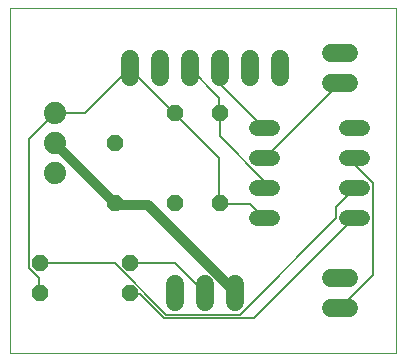
<source format=gtl>
G75*
%MOIN*%
%OFA0B0*%
%FSLAX25Y25*%
%IPPOS*%
%LPD*%
%AMOC8*
5,1,8,0,0,1.08239X$1,22.5*
%
%ADD10C,0.00000*%
%ADD11C,0.05200*%
%ADD12C,0.06000*%
%ADD13C,0.07400*%
%ADD14OC8,0.05200*%
%ADD15C,0.03200*%
%ADD16C,0.00600*%
D10*
X0048342Y0028933D02*
X0048342Y0143894D01*
X0177043Y0143894D01*
X0177043Y0028933D01*
X0048342Y0028933D01*
D11*
X0130742Y0073933D02*
X0135942Y0073933D01*
X0135942Y0083933D02*
X0130742Y0083933D01*
X0130742Y0093933D02*
X0135942Y0093933D01*
X0135942Y0103933D02*
X0130742Y0103933D01*
X0160742Y0103933D02*
X0165942Y0103933D01*
X0165942Y0093933D02*
X0160742Y0093933D01*
X0160742Y0083933D02*
X0165942Y0083933D01*
X0165942Y0073933D02*
X0160742Y0073933D01*
D12*
X0161342Y0053933D02*
X0155342Y0053933D01*
X0155342Y0043933D02*
X0161342Y0043933D01*
X0123342Y0045933D02*
X0123342Y0051933D01*
X0113342Y0051933D02*
X0113342Y0045933D01*
X0103342Y0045933D02*
X0103342Y0051933D01*
X0155342Y0118933D02*
X0161342Y0118933D01*
X0161342Y0128933D02*
X0155342Y0128933D01*
X0138342Y0126933D02*
X0138342Y0120933D01*
X0128342Y0120933D02*
X0128342Y0126933D01*
X0118342Y0126933D02*
X0118342Y0120933D01*
X0108342Y0120933D02*
X0108342Y0126933D01*
X0098342Y0126933D02*
X0098342Y0120933D01*
X0088342Y0120933D02*
X0088342Y0126933D01*
D13*
X0063342Y0108933D03*
X0063342Y0098933D03*
X0063342Y0088933D03*
D14*
X0083342Y0078933D03*
X0103342Y0078933D03*
X0118342Y0078933D03*
X0088342Y0058933D03*
X0088342Y0048933D03*
X0058342Y0048933D03*
X0058342Y0058933D03*
X0083342Y0098933D03*
X0103342Y0108933D03*
X0118342Y0108933D03*
D15*
X0094442Y0078433D02*
X0084842Y0078433D01*
X0083342Y0078933D01*
X0083342Y0079033D01*
X0063542Y0098833D01*
X0063342Y0098933D01*
X0094442Y0078433D02*
X0123242Y0049633D01*
X0123242Y0049033D01*
X0123342Y0048933D01*
D16*
X0125042Y0041833D02*
X0157142Y0073933D01*
X0157142Y0077833D01*
X0163142Y0083833D01*
X0163342Y0083933D01*
X0169442Y0085633D02*
X0169442Y0055033D01*
X0158342Y0043933D01*
X0129842Y0040633D02*
X0163142Y0073933D01*
X0163342Y0073933D01*
X0169442Y0085633D02*
X0163442Y0091633D01*
X0163442Y0093733D01*
X0163342Y0093933D01*
X0158342Y0118933D02*
X0133342Y0093933D01*
X0133142Y0086533D02*
X0118442Y0101233D01*
X0118442Y0108733D01*
X0118342Y0108933D01*
X0118142Y0109033D01*
X0118142Y0114133D01*
X0108342Y0123933D01*
X0118342Y0123933D02*
X0118442Y0123733D01*
X0118442Y0118633D01*
X0133142Y0103933D01*
X0133342Y0103933D01*
X0118142Y0094033D02*
X0103442Y0108733D01*
X0103342Y0108933D01*
X0103142Y0109033D01*
X0088442Y0123733D01*
X0088342Y0123933D01*
X0073442Y0109033D01*
X0063542Y0109033D01*
X0063342Y0108933D01*
X0063242Y0108733D01*
X0054842Y0100333D01*
X0054842Y0057433D01*
X0058142Y0054133D01*
X0058142Y0049033D01*
X0058342Y0048933D01*
X0058342Y0058933D02*
X0083342Y0058933D01*
X0100442Y0041833D01*
X0125042Y0041833D01*
X0129842Y0040633D02*
X0099842Y0040633D01*
X0091742Y0048733D01*
X0088442Y0048733D01*
X0088342Y0048933D01*
X0088342Y0058933D02*
X0103442Y0058933D01*
X0113342Y0049033D01*
X0113342Y0048933D01*
X0133142Y0073933D02*
X0133342Y0073933D01*
X0133142Y0073933D02*
X0128342Y0078733D01*
X0118442Y0078733D01*
X0118342Y0078933D01*
X0118142Y0079033D01*
X0118142Y0094033D01*
X0133142Y0086533D02*
X0133142Y0084133D01*
X0133342Y0083933D01*
M02*

</source>
